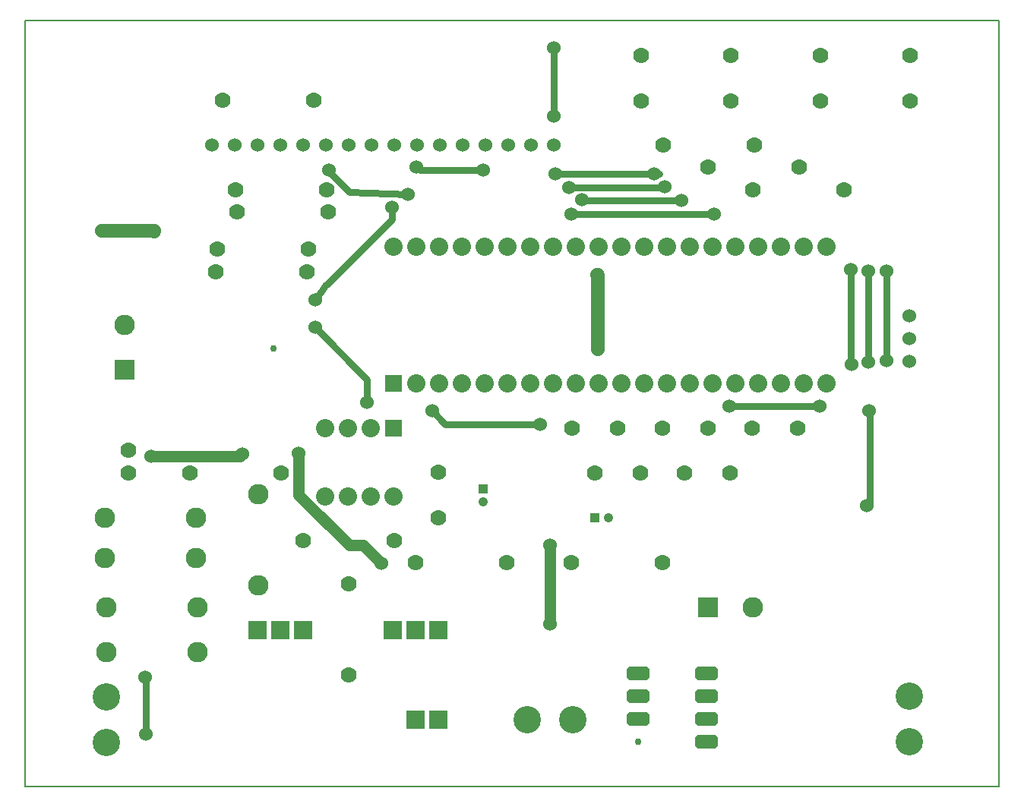
<source format=gbr>
G04 PROTEUS RS274X GERBER FILE*
%FSLAX45Y45*%
%MOMM*%
G01*
%ADD10C,0.762000*%
%ADD11C,1.524000*%
%ADD12C,1.270000*%
%ADD13C,0.762000*%
%ADD14C,1.524000*%
%ADD15C,0.000000*%
%ADD16R,1.905000X1.905000*%
%ADD17C,2.032000*%
%ADD18C,3.048000*%
%AMDIL009*
4,1,8,
-1.270000,0.457200,-0.965200,0.762000,0.965200,0.762000,1.270000,0.457200,1.270000,-0.457200,
0.965200,-0.762000,-0.965200,-0.762000,-1.270000,-0.457200,-1.270000,0.457200,
0*%
%ADD19DIL009*%
%ADD70C,1.778000*%
%ADD71R,1.050000X1.050000*%
%ADD20C,0.254000*%
%ADD21C,1.050000*%
%ADD22R,2.032000X2.032000*%
%ADD23C,2.286000*%
%ADD24R,2.286000X2.286000*%
%ADD25C,0.203200*%
D10*
X-6028367Y+7843888D02*
X-6033594Y+7838661D01*
X-7078860Y+7838661D01*
X-5475383Y+7541906D02*
X-7067541Y+7541906D01*
X-8894910Y+7762530D02*
X-9543641Y+7781527D01*
X-9772614Y+8010500D01*
X-9772614Y+8031800D01*
X-5840219Y+7692325D02*
X-6942976Y+7692325D01*
X-6948202Y+7697551D01*
X-8050280Y+8026740D02*
X-8759120Y+8026740D01*
X-8794910Y+8062530D01*
D11*
X-6778128Y+6029312D02*
X-6778128Y+6859813D01*
X-6779422Y+6861107D01*
D10*
X-3555910Y+6901530D02*
X-3555910Y+5901530D01*
X-3951805Y+6917609D02*
X-3951805Y+5867116D01*
X-3943966Y+5859277D01*
X-4305910Y+5401530D02*
X-5305910Y+5401530D01*
X-3758873Y+6904986D02*
X-3758873Y+5885851D01*
X-3751034Y+5878012D01*
X-3743194Y+5337086D02*
X-3743194Y+4317950D01*
X-3774552Y+4286592D01*
D12*
X-7311413Y+2964758D02*
X-7311413Y+3845022D01*
X-7304694Y+3851741D01*
D10*
X-7267579Y+8629786D02*
X-7267579Y+9388920D01*
X-7262804Y+9393695D01*
X-6150000Y+7984999D02*
X-6085857Y+7984999D01*
X-7250000Y+7984999D01*
X-11813010Y+1736803D02*
X-11813010Y+2371802D01*
X-11819175Y+2377967D01*
X-9928340Y+6283127D02*
X-9928340Y+6274307D01*
X-9346257Y+5692224D01*
X-9346257Y+5436460D01*
X-8623062Y+5348266D02*
X-8473131Y+5198335D01*
X-7414799Y+5198335D01*
X-9070058Y+7612530D02*
X-9070058Y+7477025D01*
X-9794335Y+6752748D01*
X-9805335Y+6752748D01*
X-9926360Y+6583132D01*
D12*
X-11751238Y+4838174D02*
X-10765049Y+4838174D01*
X-10739130Y+4864093D01*
X-10108463Y+4868683D02*
X-10108463Y+4409229D01*
X-9544982Y+3845748D01*
X-9388941Y+3845748D01*
X-9185221Y+3642028D01*
D11*
X-12300000Y+7350000D02*
X-11721011Y+7350000D01*
X-11717586Y+7346575D01*
D13*
X-7078860Y+7838661D03*
D14*
X-7094910Y+7838661D03*
X-6028367Y+7843888D03*
X-5475383Y+7541906D03*
X-7067541Y+7541906D03*
X-8894910Y+7762530D03*
X-9772614Y+8031800D03*
X-5840219Y+7692325D03*
X-6948202Y+7697551D03*
X-8050280Y+8026740D03*
X-8794910Y+8062530D03*
D13*
X-10393245Y+6040330D03*
D14*
X-6779422Y+6861107D03*
X-3555910Y+6901530D03*
X-3555910Y+5901530D03*
X-3951805Y+6917609D03*
X-3943966Y+5859277D03*
X-4305910Y+5401530D03*
X-5305910Y+5401530D03*
X-3758873Y+6904986D03*
X-3758873Y+5885851D03*
D13*
X-3751034Y+5878012D03*
D14*
X-3751034Y+5344926D03*
D13*
X-3743194Y+5337086D03*
D14*
X-3774552Y+4286592D03*
X-7311413Y+2964758D03*
X-7304694Y+3851741D03*
X-7267579Y+8629786D03*
X-7262804Y+9393695D03*
X-6150000Y+7984999D03*
X-7250000Y+7984999D03*
X-11813010Y+1736803D03*
X-11819175Y+2377967D03*
D13*
X-9928340Y+6283127D03*
D14*
X-9928340Y+6274307D03*
X-9346257Y+5436460D03*
X-8623062Y+5348266D03*
X-7414799Y+5198335D03*
X-9070058Y+7612530D03*
X-9926360Y+6583132D03*
X-6778128Y+6029312D03*
X-11751238Y+4838174D03*
X-10739130Y+4864093D03*
X-10108463Y+4868683D03*
X-9185221Y+3642028D03*
D13*
X-11717586Y+7346575D03*
D14*
X-12300000Y+7350000D03*
X-11721011Y+7350000D03*
X-11072910Y+8312530D03*
D15*
X-11072910Y+8312530D03*
D14*
X-10818910Y+8312530D03*
D15*
X-10818910Y+8312530D03*
D14*
X-10564910Y+8312530D03*
D15*
X-10564910Y+8312530D03*
D14*
X-10310910Y+8312530D03*
D15*
X-10310910Y+8312530D03*
D14*
X-10056910Y+8312530D03*
D15*
X-10056910Y+8312530D03*
D14*
X-9802910Y+8312530D03*
D15*
X-9802910Y+8312530D03*
D14*
X-9548910Y+8312530D03*
D15*
X-9548910Y+8312530D03*
D14*
X-9294910Y+8312530D03*
D15*
X-9294910Y+8312530D03*
D14*
X-9040910Y+8312530D03*
D15*
X-9040910Y+8312530D03*
D14*
X-8786910Y+8312530D03*
D15*
X-8786910Y+8312530D03*
D14*
X-8532910Y+8312530D03*
D15*
X-8532910Y+8312530D03*
D14*
X-8278910Y+8312530D03*
D15*
X-8278910Y+8312530D03*
D14*
X-8024910Y+8312530D03*
D15*
X-8024910Y+8312530D03*
D14*
X-7770910Y+8312530D03*
D15*
X-7770910Y+8312530D03*
D14*
X-7516910Y+8312530D03*
D15*
X-7516910Y+8312530D03*
D14*
X-7262910Y+8312530D03*
D15*
X-7262910Y+8312530D03*
D16*
X-9055910Y+5651530D03*
D17*
X-8801910Y+5651530D03*
X-8547910Y+5651530D03*
X-8293910Y+5651530D03*
X-8039910Y+5651530D03*
X-7785910Y+5651530D03*
X-7531910Y+5651530D03*
X-7277910Y+5651530D03*
X-7023910Y+5651530D03*
X-6769910Y+5651530D03*
X-6515910Y+5651530D03*
X-6261910Y+5651530D03*
X-6007910Y+5651530D03*
X-5753910Y+5651530D03*
X-5499910Y+5651530D03*
X-5245910Y+5651530D03*
X-4991910Y+5651530D03*
X-4737910Y+5651530D03*
X-4483910Y+5651530D03*
X-4229910Y+5651530D03*
X-4229910Y+7175530D03*
X-4483910Y+7175530D03*
X-4737910Y+7175530D03*
X-4991910Y+7175530D03*
X-5245910Y+7175530D03*
X-5499910Y+7175530D03*
X-5753910Y+7175530D03*
X-6007910Y+7175530D03*
X-6261910Y+7175530D03*
X-6515910Y+7175530D03*
X-6769910Y+7175530D03*
X-7023910Y+7175530D03*
X-7277910Y+7175530D03*
X-7531910Y+7175530D03*
X-7785910Y+7175530D03*
X-8039910Y+7175530D03*
X-8293910Y+7175530D03*
X-8547910Y+7175530D03*
X-8801910Y+7175530D03*
X-9055910Y+7175530D03*
D18*
X-12255910Y+2151530D03*
X-12255910Y+1643530D03*
D14*
X-3305910Y+5897530D03*
D15*
X-3305910Y+5897530D03*
D14*
X-3305910Y+6151530D03*
D15*
X-3305910Y+6151530D03*
D14*
X-3305910Y+6405530D03*
D15*
X-3305910Y+6405530D03*
D19*
X-5567910Y+1655530D03*
X-5567910Y+1909530D03*
X-5567910Y+2163530D03*
X-5567910Y+2417530D03*
X-6329910Y+2417530D03*
X-6329910Y+2163530D03*
X-6329910Y+1909530D03*
D13*
X-6329910Y+1655530D03*
D70*
X-6294910Y+9312530D03*
X-6294910Y+8804530D03*
X-3294910Y+9312530D03*
X-3294910Y+8804530D03*
X-5294910Y+9312530D03*
X-5294910Y+8804530D03*
X-4294910Y+9312530D03*
X-4294910Y+8804530D03*
X-6805910Y+4651530D03*
X-6297910Y+4651530D03*
X-6555910Y+5151530D03*
X-7063910Y+5151530D03*
X-6055910Y+5151530D03*
X-5547910Y+5151530D03*
X-5805910Y+4651530D03*
X-5297910Y+4651530D03*
X-5055910Y+5151530D03*
X-4547910Y+5151530D03*
D71*
X-6805910Y+4151530D03*
D20*
X-6805910Y+4151530D03*
D21*
X-6655910Y+4151530D03*
D70*
X-10794910Y+7562530D03*
X-9778910Y+7562530D03*
X-11016000Y+7150000D03*
X-10000000Y+7150000D03*
X-9794910Y+7812530D03*
X-10810910Y+7812530D03*
X-9944910Y+8812530D03*
X-10960910Y+8812530D03*
X-6044910Y+8312530D03*
X-5028910Y+8312530D03*
X-5544910Y+8062530D03*
X-4528910Y+8062530D03*
X-5044910Y+7812530D03*
X-4028910Y+7812530D03*
X-10015459Y+6900000D03*
X-11031459Y+6900000D03*
D18*
X-3305910Y+1651530D03*
X-3305910Y+2159530D03*
X-7055910Y+1901530D03*
X-7563910Y+1901530D03*
D22*
X-8555910Y+2901530D03*
X-8809910Y+2901530D03*
X-9063910Y+2901530D03*
X-10055910Y+2901530D03*
X-10309910Y+2901530D03*
X-10563910Y+2901530D03*
D16*
X-9055910Y+5151530D03*
D17*
X-9309910Y+5151530D03*
X-9563910Y+5151530D03*
X-9817910Y+5151530D03*
X-9817910Y+4389530D03*
X-9563910Y+4389530D03*
X-9309910Y+4389530D03*
X-9055910Y+4389530D03*
D70*
X-12005910Y+4651530D03*
X-12005910Y+4905530D03*
X-8555910Y+4151530D03*
X-8555910Y+4659530D03*
D71*
X-8055910Y+4476530D03*
D20*
X-8055910Y+4476530D03*
D21*
X-8055910Y+4326530D03*
D70*
X-10055910Y+3901530D03*
X-9039910Y+3901530D03*
X-10305910Y+4651530D03*
X-11321910Y+4651530D03*
X-6055910Y+3651530D03*
X-7071910Y+3651530D03*
D23*
X-11239910Y+2651530D03*
X-12255910Y+2651530D03*
X-11239910Y+3151530D03*
X-12255910Y+3151530D03*
X-12266000Y+3700000D03*
X-11250000Y+3700000D03*
X-12271910Y+4151530D03*
X-11255910Y+4151530D03*
D22*
X-8805910Y+1901530D03*
X-8551910Y+1901530D03*
D70*
X-9555910Y+2401530D03*
X-9555910Y+3417530D03*
D23*
X-10555910Y+4417530D03*
X-10555910Y+3401530D03*
D70*
X-8805910Y+3651530D03*
X-7789910Y+3651530D03*
D24*
X-12050000Y+5800000D03*
D23*
X-12050000Y+6300000D03*
D24*
X-5550000Y+3150000D03*
D23*
X-5050000Y+3150000D03*
D25*
X-13155910Y+1151530D02*
X-2305910Y+1151530D01*
X-2305910Y+9701530D01*
X-13155910Y+9701530D01*
X-13155910Y+1151530D01*
M02*

</source>
